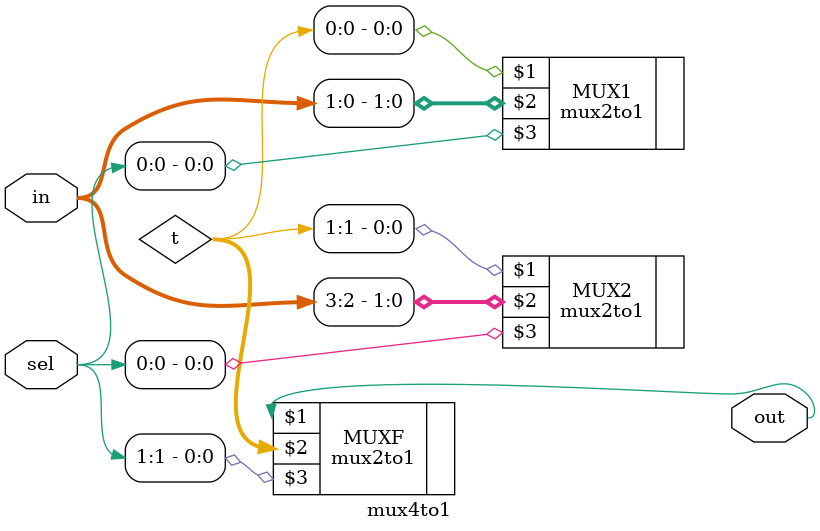
<source format=v>

module mux4to1(out, in, sel);
	input [3:0] in;
	input [1:0] sel;
	output out;
	
	wire [1:0] t;
	
	mux2to1 MUX1(t[0], in[1:0], sel[0]);
	mux2to1 MUX2(t[1], in[3:2], sel[0]);

	mux2to1 MUXF(out, t, sel[1]);
endmodule

</source>
